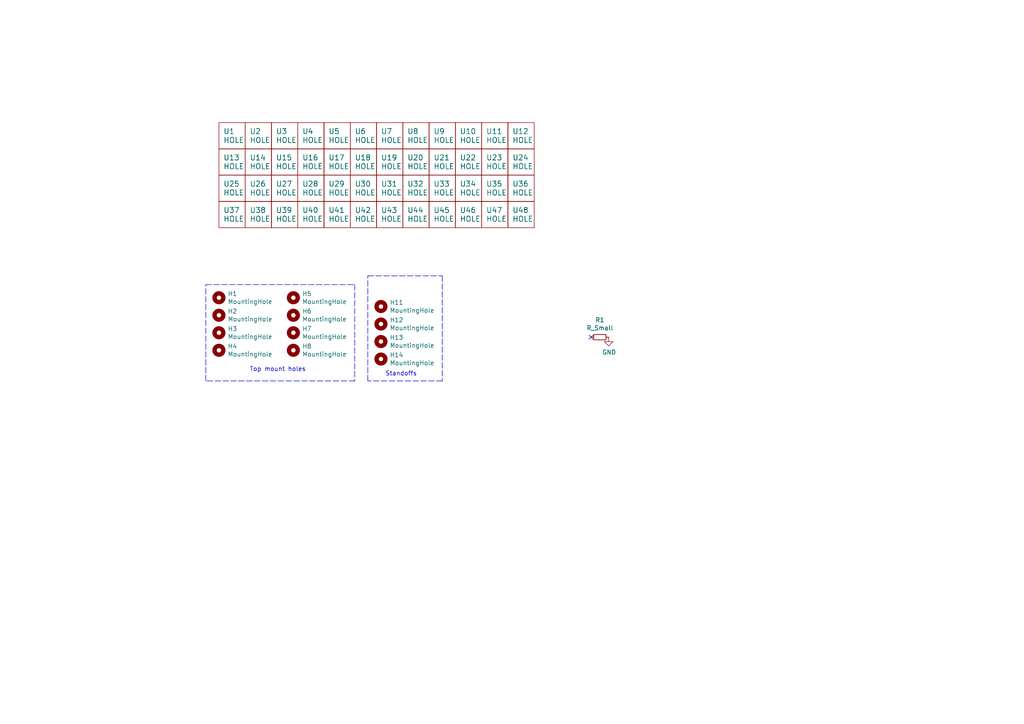
<source format=kicad_sch>
(kicad_sch (version 20211123) (generator eeschema)
  (paper "A4")
  (lib_symbols
    (symbol "Device:R_Small" (pin_numbers hide) (pin_names (offset 0.254) hide)
      (property "Reference" "R" (at 0.762 0.508 0))
      (property "Value" "R_Small" (at 0.762 -1.016 0))
      (symbol "R_Small_0_1"
        (rectangle (start -0.762 1.778) (end 0.762 -1.778) (stroke (width 0.2032)))
      )
      (symbol "R_Small_1_1"
        (pin passive line (at 0 2.54 270) (length 0.762) (name "~") (number "1"))
        (pin passive line (at 0 -2.54 90) (length 0.762) (name "~") (number "2"))
      )
    )
    (symbol "Mechanical:MountingHole" (pin_names (offset 1.016))
      (property "Reference" "H" (at 0 5.08 0))
      (property "Value" "MountingHole" (at 0 3.175 0))
      (symbol "MountingHole_0_1"
        (circle (center 0 0) (radius 1.27) (stroke (width 1.27)))
      )
    )
    (symbol "lets_split-cache:HOLE" (pin_names (offset 1.016))
      (property "Reference" "U" (at 0 5.08 0))
      (property "Value" "HOLE" (at 0 0 0))
      (symbol "HOLE_0_1"
        (rectangle (start -3.81 3.81) (end 3.81 -3.81))
      )
    )
    (symbol "power:GND" (power) (pin_names (offset 0))
      (property "Value" "GND" (at 0 -3.81 0))
      (symbol "GND_0_1"
        (polyline (pts (xy 0 0) (xy 0 -1.27) (xy 1.27 -1.27) (xy 0 -2.54) (xy -1.27 -1.27) (xy 0 -1.27)))
      )
      (symbol "GND_1_1"
        (pin power_in line (at 0 0 270) (length 0) hide (name "GND") (number "1"))
      )
    )
  )
  (no_connect (at 171.45 97.79))
  (polyline (pts (xy 128.27 80.01) (xy 128.27 110.49)))
  (polyline (pts (xy 102.87 110.49) (xy 59.69 110.49)))
  (polyline (pts (xy 106.68 110.49) (xy 106.68 80.01)))
  (polyline (pts (xy 106.68 80.01) (xy 128.27 80.01)))
  (polyline (pts (xy 102.87 82.55) (xy 102.87 110.49)))
  (polyline (pts (xy 128.27 110.49) (xy 106.68 110.49)))
  (polyline (pts (xy 59.69 110.49) (xy 59.69 82.55)))
  (polyline (pts (xy 59.69 82.55) (xy 102.87 82.55)))
  (text "Top mount holes" (at 72.39 107.95 0) (effects (font (size 1.27 1.27)) (justify left bottom)))
  (text "Standoffs" (at 111.76 109.22 0) (effects (font (size 1.27 1.27)) (justify left bottom)))
  (symbol (lib_id "lets_split-cache:HOLE") (at 67.31 39.37 0) (unit 1)
    (property "Reference" "U1" (at 64.77 38.1 0) (effects (font (size 1.524 1.524)) (justify left)))
    (property "Value" "HOLE" (at 64.77 40.64 0) (effects (font (size 1.524 1.524)) (justify left)))
    (property "Footprint" "Keeb_footprints:MX100_cutout_plated" (effects hide))
  )
  (symbol (lib_id "lets_split-cache:HOLE") (at 74.93 39.37 0) (unit 1)
    (property "Reference" "U2" (at 72.39 38.1 0) (effects (font (size 1.524 1.524)) (justify left)))
    (property "Value" "HOLE" (at 72.39 40.64 0) (effects (font (size 1.524 1.524)) (justify left)))
    (property "Footprint" "Keeb_footprints:MX100_cutout_plated" (effects hide))
  )
  (symbol (lib_id "lets_split-cache:HOLE") (at 82.55 39.37 0) (unit 1)
    (property "Reference" "U3" (at 80.01 38.1 0) (effects (font (size 1.524 1.524)) (justify left)))
    (property "Value" "HOLE" (at 80.01 40.64 0) (effects (font (size 1.524 1.524)) (justify left)))
    (property "Footprint" "Keeb_footprints:MX100_cutout_plated" (effects hide))
  )
  (symbol (lib_id "lets_split-cache:HOLE") (at 90.17 39.37 0) (unit 1)
    (property "Reference" "U4" (at 87.63 38.1 0) (effects (font (size 1.524 1.524)) (justify left)))
    (property "Value" "HOLE" (at 87.63 40.64 0) (effects (font (size 1.524 1.524)) (justify left)))
    (property "Footprint" "Keeb_footprints:MX100_cutout_plated" (effects hide))
  )
  (symbol (lib_id "lets_split-cache:HOLE") (at 67.31 46.99 0) (unit 1)
    (property "Reference" "U13" (at 64.77 45.72 0) (effects (font (size 1.524 1.524)) (justify left)))
    (property "Value" "HOLE" (at 64.77 48.26 0) (effects (font (size 1.524 1.524)) (justify left)))
    (property "Footprint" "Keeb_footprints:MX100_cutout_plated" (effects hide))
  )
  (symbol (lib_id "lets_split-cache:HOLE") (at 74.93 46.99 0) (unit 1)
    (property "Reference" "U14" (at 72.39 45.72 0) (effects (font (size 1.524 1.524)) (justify left)))
    (property "Value" "HOLE" (at 72.39 48.26 0) (effects (font (size 1.524 1.524)) (justify left)))
    (property "Footprint" "Keeb_footprints:MX100_cutout_plated" (effects hide))
  )
  (symbol (lib_id "lets_split-cache:HOLE") (at 82.55 46.99 0) (unit 1)
    (property "Reference" "U15" (at 80.01 45.72 0) (effects (font (size 1.524 1.524)) (justify left)))
    (property "Value" "HOLE" (at 80.01 48.26 0) (effects (font (size 1.524 1.524)) (justify left)))
    (property "Footprint" "Keeb_footprints:MX100_cutout_plated" (effects hide))
  )
  (symbol (lib_id "lets_split-cache:HOLE") (at 90.17 46.99 0) (unit 1)
    (property "Reference" "U16" (at 87.63 45.72 0) (effects (font (size 1.524 1.524)) (justify left)))
    (property "Value" "HOLE" (at 87.63 48.26 0) (effects (font (size 1.524 1.524)) (justify left)))
    (property "Footprint" "Keeb_footprints:MX100_cutout_plated" (effects hide))
  )
  (symbol (lib_id "lets_split-cache:HOLE") (at 67.31 54.61 0) (unit 1)
    (property "Reference" "U25" (at 64.77 53.34 0) (effects (font (size 1.524 1.524)) (justify left)))
    (property "Value" "HOLE" (at 64.77 55.88 0) (effects (font (size 1.524 1.524)) (justify left)))
    (property "Footprint" "Keeb_footprints:MX100_cutout_plated" (effects hide))
  )
  (symbol (lib_id "lets_split-cache:HOLE") (at 74.93 54.61 0) (unit 1)
    (property "Reference" "U26" (at 72.39 53.34 0) (effects (font (size 1.524 1.524)) (justify left)))
    (property "Value" "HOLE" (at 72.39 55.88 0) (effects (font (size 1.524 1.524)) (justify left)))
    (property "Footprint" "Keeb_footprints:MX100_cutout_plated" (effects hide))
  )
  (symbol (lib_id "lets_split-cache:HOLE") (at 82.55 54.61 0) (unit 1)
    (property "Reference" "U27" (at 80.01 53.34 0) (effects (font (size 1.524 1.524)) (justify left)))
    (property "Value" "HOLE" (at 80.01 55.88 0) (effects (font (size 1.524 1.524)) (justify left)))
    (property "Footprint" "Keeb_footprints:MX100_cutout_plated" (effects hide))
  )
  (symbol (lib_id "lets_split-cache:HOLE") (at 90.17 54.61 0) (unit 1)
    (property "Reference" "U28" (at 87.63 53.34 0) (effects (font (size 1.524 1.524)) (justify left)))
    (property "Value" "HOLE" (at 87.63 55.88 0) (effects (font (size 1.524 1.524)) (justify left)))
    (property "Footprint" "Keeb_footprints:MX100_cutout_plated" (effects hide))
  )
  (symbol (lib_id "lets_split-cache:HOLE") (at 67.31 62.23 0) (unit 1)
    (property "Reference" "U37" (at 64.77 60.96 0) (effects (font (size 1.524 1.524)) (justify left)))
    (property "Value" "HOLE" (at 64.77 63.5 0) (effects (font (size 1.524 1.524)) (justify left)))
    (property "Footprint" "Keeb_footprints:MX100_cutout_plated" (effects hide))
  )
  (symbol (lib_id "lets_split-cache:HOLE") (at 74.93 62.23 0) (unit 1)
    (property "Reference" "U38" (at 72.39 60.96 0) (effects (font (size 1.524 1.524)) (justify left)))
    (property "Value" "HOLE" (at 72.39 63.5 0) (effects (font (size 1.524 1.524)) (justify left)))
    (property "Footprint" "Keeb_footprints:MX100_cutout_plated" (effects hide))
  )
  (symbol (lib_id "lets_split-cache:HOLE") (at 82.55 62.23 0) (unit 1)
    (property "Reference" "U39" (at 80.01 60.96 0) (effects (font (size 1.524 1.524)) (justify left)))
    (property "Value" "HOLE" (at 80.01 63.5 0) (effects (font (size 1.524 1.524)) (justify left)))
    (property "Footprint" "Keeb_footprints:MX100_cutout_plated" (effects hide))
  )
  (symbol (lib_id "lets_split-cache:HOLE") (at 90.17 62.23 0) (unit 1)
    (property "Reference" "U40" (at 87.63 60.96 0) (effects (font (size 1.524 1.524)) (justify left)))
    (property "Value" "HOLE" (at 87.63 63.5 0) (effects (font (size 1.524 1.524)) (justify left)))
    (property "Footprint" "Keeb_footprints:MX100_cutout_plated" (effects hide))
  )
  (symbol (lib_id "lets_split-cache:HOLE") (at 97.79 39.37 0) (unit 1)
    (property "Reference" "U5" (at 95.25 38.1 0) (effects (font (size 1.524 1.524)) (justify left)))
    (property "Value" "HOLE" (at 95.25 40.64 0) (effects (font (size 1.524 1.524)) (justify left)))
    (property "Footprint" "Keeb_footprints:MX100_cutout_plated" (effects hide))
  )
  (symbol (lib_id "lets_split-cache:HOLE") (at 105.41 39.37 0) (unit 1)
    (property "Reference" "U6" (at 102.87 38.1 0) (effects (font (size 1.524 1.524)) (justify left)))
    (property "Value" "HOLE" (at 102.87 40.64 0) (effects (font (size 1.524 1.524)) (justify left)))
    (property "Footprint" "Keeb_footprints:MX100_cutout_plated" (effects hide))
  )
  (symbol (lib_id "lets_split-cache:HOLE") (at 113.03 39.37 0) (unit 1)
    (property "Reference" "U7" (at 110.49 38.1 0) (effects (font (size 1.524 1.524)) (justify left)))
    (property "Value" "HOLE" (at 110.49 40.64 0) (effects (font (size 1.524 1.524)) (justify left)))
    (property "Footprint" "Keeb_footprints:MX100_cutout_plated" (effects hide))
  )
  (symbol (lib_id "lets_split-cache:HOLE") (at 120.65 39.37 0) (unit 1)
    (property "Reference" "U8" (at 118.11 38.1 0) (effects (font (size 1.524 1.524)) (justify left)))
    (property "Value" "HOLE" (at 118.11 40.64 0) (effects (font (size 1.524 1.524)) (justify left)))
    (property "Footprint" "Keeb_footprints:MX100_cutout_plated" (effects hide))
  )
  (symbol (lib_id "lets_split-cache:HOLE") (at 97.79 46.99 0) (unit 1)
    (property "Reference" "U17" (at 95.25 45.72 0) (effects (font (size 1.524 1.524)) (justify left)))
    (property "Value" "HOLE" (at 95.25 48.26 0) (effects (font (size 1.524 1.524)) (justify left)))
    (property "Footprint" "Keeb_footprints:MX100_cutout_plated" (effects hide))
  )
  (symbol (lib_id "lets_split-cache:HOLE") (at 105.41 46.99 0) (unit 1)
    (property "Reference" "U18" (at 102.87 45.72 0) (effects (font (size 1.524 1.524)) (justify left)))
    (property "Value" "HOLE" (at 102.87 48.26 0) (effects (font (size 1.524 1.524)) (justify left)))
    (property "Footprint" "Keeb_footprints:MX100_cutout_plated" (effects hide))
  )
  (symbol (lib_id "lets_split-cache:HOLE") (at 113.03 46.99 0) (unit 1)
    (property "Reference" "U19" (at 110.49 45.72 0) (effects (font (size 1.524 1.524)) (justify left)))
    (property "Value" "HOLE" (at 110.49 48.26 0) (effects (font (size 1.524 1.524)) (justify left)))
    (property "Footprint" "Keeb_footprints:MX100_cutout_plated" (effects hide))
  )
  (symbol (lib_id "lets_split-cache:HOLE") (at 120.65 46.99 0) (unit 1)
    (property "Reference" "U20" (at 118.11 45.72 0) (effects (font (size 1.524 1.524)) (justify left)))
    (property "Value" "HOLE" (at 118.11 48.26 0) (effects (font (size 1.524 1.524)) (justify left)))
    (property "Footprint" "Keeb_footprints:MX100_cutout_plated" (effects hide))
  )
  (symbol (lib_id "lets_split-cache:HOLE") (at 97.79 54.61 0) (unit 1)
    (property "Reference" "U29" (at 95.25 53.34 0) (effects (font (size 1.524 1.524)) (justify left)))
    (property "Value" "HOLE" (at 95.25 55.88 0) (effects (font (size 1.524 1.524)) (justify left)))
    (property "Footprint" "Keeb_footprints:MX100_cutout_plated" (effects hide))
  )
  (symbol (lib_id "lets_split-cache:HOLE") (at 105.41 54.61 0) (unit 1)
    (property "Reference" "U30" (at 102.87 53.34 0) (effects (font (size 1.524 1.524)) (justify left)))
    (property "Value" "HOLE" (at 102.87 55.88 0) (effects (font (size 1.524 1.524)) (justify left)))
    (property "Footprint" "Keeb_footprints:MX100_cutout_plated" (effects hide))
  )
  (symbol (lib_id "lets_split-cache:HOLE") (at 113.03 54.61 0) (unit 1)
    (property "Reference" "U31" (at 110.49 53.34 0) (effects (font (size 1.524 1.524)) (justify left)))
    (property "Value" "HOLE" (at 110.49 55.88 0) (effects (font (size 1.524 1.524)) (justify left)))
    (property "Footprint" "Keeb_footprints:MX100_cutout_plated" (effects hide))
  )
  (symbol (lib_id "lets_split-cache:HOLE") (at 120.65 54.61 0) (unit 1)
    (property "Reference" "U32" (at 118.11 53.34 0) (effects (font (size 1.524 1.524)) (justify left)))
    (property "Value" "HOLE" (at 118.11 55.88 0) (effects (font (size 1.524 1.524)) (justify left)))
    (property "Footprint" "Keeb_footprints:MX100_cutout_plated" (effects hide))
  )
  (symbol (lib_id "lets_split-cache:HOLE") (at 97.79 62.23 0) (unit 1)
    (property "Reference" "U41" (at 95.25 60.96 0) (effects (font (size 1.524 1.524)) (justify left)))
    (property "Value" "HOLE" (at 95.25 63.5 0) (effects (font (size 1.524 1.524)) (justify left)))
    (property "Footprint" "Keeb_footprints:MX100_cutout_plated" (effects hide))
  )
  (symbol (lib_id "lets_split-cache:HOLE") (at 105.41 62.23 0) (unit 1)
    (property "Reference" "U42" (at 102.87 60.96 0) (effects (font (size 1.524 1.524)) (justify left)))
    (property "Value" "HOLE" (at 102.87 63.5 0) (effects (font (size 1.524 1.524)) (justify left)))
    (property "Footprint" "Keeb_footprints:MX100_cutout_plated" (effects hide))
  )
  (symbol (lib_id "lets_split-cache:HOLE") (at 113.03 62.23 0) (unit 1)
    (property "Reference" "U43" (at 110.49 60.96 0) (effects (font (size 1.524 1.524)) (justify left)))
    (property "Value" "HOLE" (at 110.49 63.5 0) (effects (font (size 1.524 1.524)) (justify left)))
    (property "Footprint" "Keeb_footprints:MX100_cutout_plated" (effects hide))
  )
  (symbol (lib_id "lets_split-cache:HOLE") (at 120.65 62.23 0) (unit 1)
    (property "Reference" "U44" (at 118.11 60.96 0) (effects (font (size 1.524 1.524)) (justify left)))
    (property "Value" "HOLE" (at 118.11 63.5 0) (effects (font (size 1.524 1.524)) (justify left)))
    (property "Footprint" "Keeb_footprints:MX100_cutout_plated" (effects hide))
  )
  (symbol (lib_id "lets_split-cache:HOLE") (at 128.27 39.37 0) (unit 1)
    (property "Reference" "U9" (at 125.73 38.1 0) (effects (font (size 1.524 1.524)) (justify left)))
    (property "Value" "HOLE" (at 125.73 40.64 0) (effects (font (size 1.524 1.524)) (justify left)))
    (property "Footprint" "Keeb_footprints:MX100_cutout_plated" (effects hide))
  )
  (symbol (lib_id "lets_split-cache:HOLE") (at 135.89 39.37 0) (unit 1)
    (property "Reference" "U10" (at 133.35 38.1 0) (effects (font (size 1.524 1.524)) (justify left)))
    (property "Value" "HOLE" (at 133.35 40.64 0) (effects (font (size 1.524 1.524)) (justify left)))
    (property "Footprint" "Keeb_footprints:MX100_cutout_plated" (effects hide))
  )
  (symbol (lib_id "lets_split-cache:HOLE") (at 143.51 39.37 0) (unit 1)
    (property "Reference" "U11" (at 140.97 38.1 0) (effects (font (size 1.524 1.524)) (justify left)))
    (property "Value" "HOLE" (at 140.97 40.64 0) (effects (font (size 1.524 1.524)) (justify left)))
    (property "Footprint" "Keeb_footprints:MX100_cutout_plated" (effects hide))
  )
  (symbol (lib_id "lets_split-cache:HOLE") (at 151.13 39.37 0) (unit 1)
    (property "Reference" "U12" (at 148.59 38.1 0) (effects (font (size 1.524 1.524)) (justify left)))
    (property "Value" "HOLE" (at 148.59 40.64 0) (effects (font (size 1.524 1.524)) (justify left)))
    (property "Footprint" "Keeb_footprints:MX100_cutout_plated" (effects hide))
  )
  (symbol (lib_id "lets_split-cache:HOLE") (at 128.27 46.99 0) (unit 1)
    (property "Reference" "U21" (at 125.73 45.72 0) (effects (font (size 1.524 1.524)) (justify left)))
    (property "Value" "HOLE" (at 125.73 48.26 0) (effects (font (size 1.524 1.524)) (justify left)))
    (property "Footprint" "Keeb_footprints:MX100_cutout_plated" (effects hide))
  )
  (symbol (lib_id "lets_split-cache:HOLE") (at 135.89 46.99 0) (unit 1)
    (property "Reference" "U22" (at 133.35 45.72 0) (effects (font (size 1.524 1.524)) (justify left)))
    (property "Value" "HOLE" (at 133.35 48.26 0) (effects (font (size 1.524 1.524)) (justify left)))
    (property "Footprint" "Keeb_footprints:MX100_cutout_plated" (effects hide))
  )
  (symbol (lib_id "lets_split-cache:HOLE") (at 143.51 46.99 0) (unit 1)
    (property "Reference" "U23" (at 140.97 45.72 0) (effects (font (size 1.524 1.524)) (justify left)))
    (property "Value" "HOLE" (at 140.97 48.26 0) (effects (font (size 1.524 1.524)) (justify left)))
    (property "Footprint" "Keeb_footprints:MX100_cutout_plated" (effects hide))
  )
  (symbol (lib_id "lets_split-cache:HOLE") (at 151.13 46.99 0) (unit 1)
    (property "Reference" "U24" (at 148.59 45.72 0) (effects (font (size 1.524 1.524)) (justify left)))
    (property "Value" "HOLE" (at 148.59 48.26 0) (effects (font (size 1.524 1.524)) (justify left)))
    (property "Footprint" "Keeb_footprints:MX100_cutout_plated" (effects hide))
  )
  (symbol (lib_id "lets_split-cache:HOLE") (at 128.27 54.61 0) (unit 1)
    (property "Reference" "U33" (at 125.73 53.34 0) (effects (font (size 1.524 1.524)) (justify left)))
    (property "Value" "HOLE" (at 125.73 55.88 0) (effects (font (size 1.524 1.524)) (justify left)))
    (property "Footprint" "Keeb_footprints:MX100_cutout_plated" (effects hide))
  )
  (symbol (lib_id "lets_split-cache:HOLE") (at 135.89 54.61 0) (unit 1)
    (property "Reference" "U34" (at 133.35 53.34 0) (effects (font (size 1.524 1.524)) (justify left)))
    (property "Value" "HOLE" (at 133.35 55.88 0) (effects (font (size 1.524 1.524)) (justify left)))
    (property "Footprint" "Keeb_footprints:MX100_cutout_plated" (effects hide))
  )
  (symbol (lib_id "lets_split-cache:HOLE") (at 143.51 54.61 0) (unit 1)
    (property "Reference" "U35" (at 140.97 53.34 0) (effects (font (size 1.524 1.524)) (justify left)))
    (property "Value" "HOLE" (at 140.97 55.88 0) (effects (font (size 1.524 1.524)) (justify left)))
    (property "Footprint" "Keeb_footprints:MX100_cutout_plated" (effects hide))
  )
  (symbol (lib_id "lets_split-cache:HOLE") (at 151.13 54.61 0) (unit 1)
    (property "Reference" "U36" (at 148.59 53.34 0) (effects (font (size 1.524 1.524)) (justify left)))
    (property "Value" "HOLE" (at 148.59 55.88 0) (effects (font (size 1.524 1.524)) (justify left)))
    (property "Footprint" "Keeb_footprints:MX100_cutout_plated" (effects hide))
  )
  (symbol (lib_id "lets_split-cache:HOLE") (at 128.27 62.23 0) (unit 1)
    (property "Reference" "U45" (at 125.73 60.96 0) (effects (font (size 1.524 1.524)) (justify left)))
    (property "Value" "HOLE" (at 125.73 63.5 0) (effects (font (size 1.524 1.524)) (justify left)))
    (property "Footprint" "Keeb_footprints:MX100_cutout_plated" (effects hide))
  )
  (symbol (lib_id "lets_split-cache:HOLE") (at 135.89 62.23 0) (unit 1)
    (property "Reference" "U46" (at 133.35 60.96 0) (effects (font (size 1.524 1.524)) (justify left)))
    (property "Value" "HOLE" (at 133.35 63.5 0) (effects (font (size 1.524 1.524)) (justify left)))
    (property "Footprint" "Keeb_footprints:MX100_cutout_plated" (effects hide))
  )
  (symbol (lib_id "lets_split-cache:HOLE") (at 143.51 62.23 0) (unit 1)
    (property "Reference" "U47" (at 140.97 60.96 0) (effects (font (size 1.524 1.524)) (justify left)))
    (property "Value" "HOLE" (at 140.97 63.5 0) (effects (font (size 1.524 1.524)) (justify left)))
    (property "Footprint" "Keeb_footprints:MX100_cutout_plated" (effects hide))
  )
  (symbol (lib_id "lets_split-cache:HOLE") (at 151.13 62.23 0) (unit 1)
    (property "Reference" "U48" (at 148.59 60.96 0) (effects (font (size 1.524 1.524)) (justify left)))
    (property "Value" "HOLE" (at 148.59 63.5 0) (effects (font (size 1.524 1.524)) (justify left)))
    (property "Footprint" "Keeb_footprints:MX100_cutout_plated" (effects hide))
  )
  (symbol (lib_id "power:GND") (at 176.53 97.79 0) (unit 1)
    (property "Reference" "#PWR0101" (effects hide))
    (property "Value" "GND" (at 176.657 102.1842 0))
  )
  (symbol (lib_id "Mechanical:MountingHole") (at 85.09 96.52 0) (unit 1)
    (property "Reference" "H7" (at 87.63 95.3516 0) (effects (justify left)))
    (property "Value" "MountingHole" (at 87.63 97.663 0) (effects (justify left)))
    (property "Footprint" "MountingHole:MountingHole_2.2mm_M2_DIN965_Pad" (effects hide))
  )
  (symbol (lib_id "Mechanical:MountingHole") (at 85.09 101.6 0) (unit 1)
    (property "Reference" "H8" (at 87.63 100.4316 0) (effects (justify left)))
    (property "Value" "MountingHole" (at 87.63 102.743 0) (effects (justify left)))
    (property "Footprint" "MountingHole:MountingHole_2.2mm_M2_DIN965_Pad" (effects hide))
  )
  (symbol (lib_id "Mechanical:MountingHole") (at 63.5 86.36 0) (unit 1)
    (property "Reference" "H1" (at 66.04 85.1916 0) (effects (justify left)))
    (property "Value" "MountingHole" (at 66.04 87.503 0) (effects (justify left)))
    (property "Footprint" "MountingHole:MountingHole_2.2mm_M2_DIN965_Pad" (effects hide))
  )
  (symbol (lib_id "Mechanical:MountingHole") (at 63.5 91.44 0) (unit 1)
    (property "Reference" "H2" (at 66.04 90.2716 0) (effects (justify left)))
    (property "Value" "MountingHole" (at 66.04 92.583 0) (effects (justify left)))
    (property "Footprint" "MountingHole:MountingHole_2.2mm_M2_DIN965_Pad" (effects hide))
  )
  (symbol (lib_id "Mechanical:MountingHole") (at 63.5 96.52 0) (unit 1)
    (property "Reference" "H3" (at 66.04 95.3516 0) (effects (justify left)))
    (property "Value" "MountingHole" (at 66.04 97.663 0) (effects (justify left)))
    (property "Footprint" "MountingHole:MountingHole_2.2mm_M2_DIN965_Pad" (effects hide))
  )
  (symbol (lib_id "Mechanical:MountingHole") (at 63.5 101.6 0) (unit 1)
    (property "Reference" "H4" (at 66.04 100.4316 0) (effects (justify left)))
    (property "Value" "MountingHole" (at 66.04 102.743 0) (effects (justify left)))
    (property "Footprint" "MountingHole:MountingHole_2.2mm_M2_DIN965_Pad" (effects hide))
  )
  (symbol (lib_id "Mechanical:MountingHole") (at 85.09 86.36 0) (unit 1)
    (property "Reference" "H5" (at 87.63 85.1916 0) (effects (justify left)))
    (property "Value" "MountingHole" (at 87.63 87.503 0) (effects (justify left)))
    (property "Footprint" "MountingHole:MountingHole_2.2mm_M2_DIN965_Pad" (effects hide))
  )
  (symbol (lib_id "Mechanical:MountingHole") (at 85.09 91.44 0) (unit 1)
    (property "Reference" "H6" (at 87.63 90.2716 0) (effects (justify left)))
    (property "Value" "MountingHole" (at 87.63 92.583 0) (effects (justify left)))
    (property "Footprint" "MountingHole:MountingHole_2.2mm_M2_DIN965_Pad" (effects hide))
  )
  (symbol (lib_id "Device:R_Small") (at 173.99 97.79 270) (unit 1)
    (property "Reference" "R1" (at 173.99 92.8116 90))
    (property "Value" "R_Small" (at 173.99 95.123 90))
    (property "Footprint" "Resistor_SMD:R_0603_1608Metric_Pad1.05x0.95mm_HandSolder" (effects hide))
  )
  (symbol (lib_id "Mechanical:MountingHole") (at 110.49 93.98 0) (unit 1)
    (property "Reference" "H12" (at 113.03 92.8116 0) (effects (justify left)))
    (property "Value" "MountingHole" (at 113.03 95.123 0) (effects (justify left)))
    (property "Footprint" "MountingHole:MountingHole_2.2mm_M2" (effects hide))
  )
  (symbol (lib_id "Mechanical:MountingHole") (at 110.49 99.06 0) (unit 1)
    (property "Reference" "H13" (at 113.03 97.8916 0) (effects (justify left)))
    (property "Value" "MountingHole" (at 113.03 100.203 0) (effects (justify left)))
    (property "Footprint" "MountingHole:MountingHole_2.2mm_M2" (effects hide))
  )
  (symbol (lib_id "Mechanical:MountingHole") (at 110.49 88.9 0) (unit 1)
    (property "Reference" "H11" (at 113.03 87.7316 0) (effects (justify left)))
    (property "Value" "MountingHole" (at 113.03 90.043 0) (effects (justify left)))
    (property "Footprint" "MountingHole:MountingHole_2.2mm_M2" (effects hide))
  )
  (symbol (lib_id "Mechanical:MountingHole") (at 110.49 104.14 0) (unit 1)
    (property "Reference" "H14" (at 113.03 102.9716 0) (effects (justify left)))
    (property "Value" "MountingHole" (at 113.03 105.283 0) (effects (justify left)))
    (property "Footprint" "MountingHole:MountingHole_2.2mm_M2" (effects hide))
  )
)
</source>
